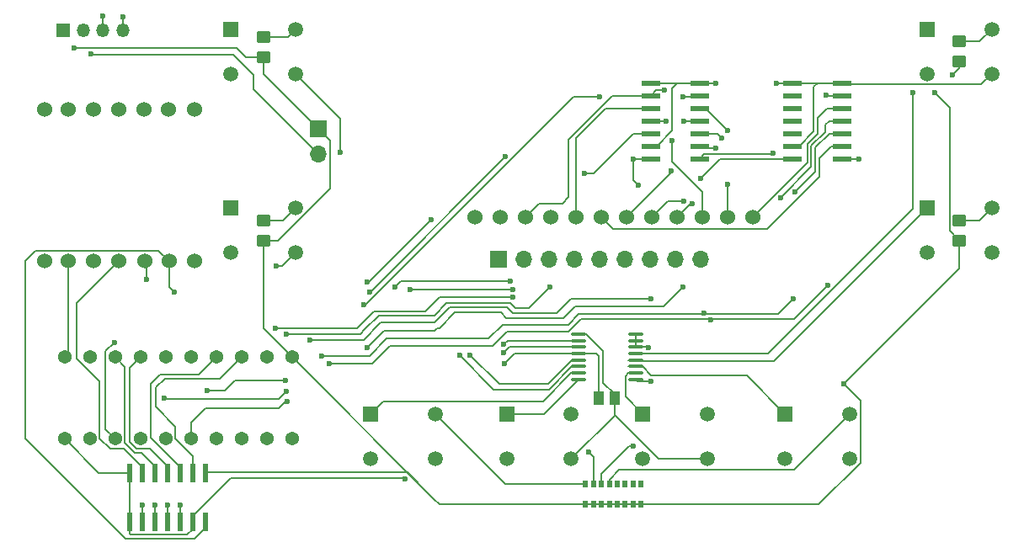
<source format=gbr>
%TF.GenerationSoftware,KiCad,Pcbnew,8.0.4*%
%TF.CreationDate,2024-11-14T23:53:25+02:00*%
%TF.ProjectId,sienikontrolleri,7369656e-696b-46f6-9e74-726f6c6c6572,rev?*%
%TF.SameCoordinates,Original*%
%TF.FileFunction,Copper,L2,Bot*%
%TF.FilePolarity,Positive*%
%FSLAX46Y46*%
G04 Gerber Fmt 4.6, Leading zero omitted, Abs format (unit mm)*
G04 Created by KiCad (PCBNEW 8.0.4) date 2024-11-14 23:53:25*
%MOMM*%
%LPD*%
G01*
G04 APERTURE LIST*
G04 Aperture macros list*
%AMRoundRect*
0 Rectangle with rounded corners*
0 $1 Rounding radius*
0 $2 $3 $4 $5 $6 $7 $8 $9 X,Y pos of 4 corners*
0 Add a 4 corners polygon primitive as box body*
4,1,4,$2,$3,$4,$5,$6,$7,$8,$9,$2,$3,0*
0 Add four circle primitives for the rounded corners*
1,1,$1+$1,$2,$3*
1,1,$1+$1,$4,$5*
1,1,$1+$1,$6,$7*
1,1,$1+$1,$8,$9*
0 Add four rect primitives between the rounded corners*
20,1,$1+$1,$2,$3,$4,$5,0*
20,1,$1+$1,$4,$5,$6,$7,0*
20,1,$1+$1,$6,$7,$8,$9,0*
20,1,$1+$1,$8,$9,$2,$3,0*%
G04 Aperture macros list end*
%TA.AperFunction,ComponentPad*%
%ADD10R,1.700000X1.700000*%
%TD*%
%TA.AperFunction,ComponentPad*%
%ADD11O,1.700000X1.700000*%
%TD*%
%TA.AperFunction,ComponentPad*%
%ADD12R,1.508000X1.508000*%
%TD*%
%TA.AperFunction,ComponentPad*%
%ADD13C,1.508000*%
%TD*%
%TA.AperFunction,ComponentPad*%
%ADD14C,1.524000*%
%TD*%
%TA.AperFunction,SMDPad,CuDef*%
%ADD15R,0.558800X1.981200*%
%TD*%
%TA.AperFunction,SMDPad,CuDef*%
%ADD16RoundRect,0.250000X-0.450000X0.350000X-0.450000X-0.350000X0.450000X-0.350000X0.450000X0.350000X0*%
%TD*%
%TA.AperFunction,SMDPad,CuDef*%
%ADD17R,1.981200X0.558800*%
%TD*%
%TA.AperFunction,ComponentPad*%
%ADD18R,1.350000X1.350000*%
%TD*%
%TA.AperFunction,ComponentPad*%
%ADD19O,1.350000X1.350000*%
%TD*%
%TA.AperFunction,ComponentPad*%
%ADD20C,1.371600*%
%TD*%
%TA.AperFunction,SMDPad,CuDef*%
%ADD21R,1.016000X1.397000*%
%TD*%
%TA.AperFunction,SMDPad,CuDef*%
%ADD22RoundRect,0.100000X0.637500X0.100000X-0.637500X0.100000X-0.637500X-0.100000X0.637500X-0.100000X0*%
%TD*%
%TA.AperFunction,SMDPad,CuDef*%
%ADD23R,0.558800X0.635000*%
%TD*%
%TA.AperFunction,ViaPad*%
%ADD24C,0.600000*%
%TD*%
%TA.AperFunction,Conductor*%
%ADD25C,0.200000*%
%TD*%
G04 APERTURE END LIST*
D10*
%TO.P,J1,1,Pin_1*%
%TO.N,GND*%
X92659200Y-51155600D03*
D11*
%TO.P,J1,2,Pin_2*%
%TO.N,LATCHED LED CO2 G*%
X95199200Y-51155600D03*
%TO.P,J1,3,Pin_3*%
%TO.N,LATCHED LED CO2 R*%
X97739200Y-51155600D03*
%TO.P,J1,4,Pin_4*%
%TO.N,LATCHED LED HUM G*%
X100279200Y-51155600D03*
%TO.P,J1,5,Pin_5*%
%TO.N,LATCHED LED HUM R*%
X102819200Y-51155600D03*
%TO.P,J1,6,Pin_6*%
%TO.N,LATCHED LED TEMP G*%
X105359200Y-51155600D03*
%TO.P,J1,7,Pin_7*%
%TO.N,LATCHED LED TEMP R*%
X107899200Y-51155600D03*
%TO.P,J1,8,Pin_8*%
%TO.N,LATCHED LED CTRL1*%
X110439200Y-51155600D03*
%TO.P,J1,9,Pin_9*%
%TO.N,LATCHED LED CTRL2*%
X112979200Y-51155600D03*
%TD*%
D12*
%TO.P,S6,1*%
%TO.N,Net-(EXP1-IO6)*%
X65732500Y-46043100D03*
D13*
%TO.P,S6,2*%
%TO.N,Net-(R8-Pad1)*%
X72232500Y-46043100D03*
%TO.P,S6,3*%
%TO.N,unconnected-(S6-Pad3)*%
X65732500Y-50543100D03*
%TO.P,S6,4*%
%TO.N,+5V*%
X72232500Y-50543100D03*
%TD*%
D12*
%TO.P,S3,1*%
%TO.N,Net-(EXP1-IO3)*%
X107150000Y-66750000D03*
D13*
%TO.P,S3,2*%
%TO.N,Net-(R3-Pad3)*%
X113650000Y-66750000D03*
%TO.P,S3,3*%
%TO.N,unconnected-(S3-Pad3)*%
X107150000Y-71250000D03*
%TO.P,S3,4*%
%TO.N,+5V*%
X113650000Y-71250000D03*
%TD*%
D12*
%TO.P,S4,1*%
%TO.N,Net-(EXP1-IO2)*%
X121450000Y-66750000D03*
D13*
%TO.P,S4,2*%
%TO.N,Net-(R3-Pad4)*%
X127950000Y-66750000D03*
%TO.P,S4,3*%
%TO.N,unconnected-(S4-Pad3)*%
X121450000Y-71250000D03*
%TO.P,S4,4*%
%TO.N,+5V*%
X127950000Y-71250000D03*
%TD*%
D14*
%TO.P,DISP1,1,E*%
%TO.N,SEG_E*%
X90242500Y-46964100D03*
%TO.P,DISP1,2,D*%
%TO.N,SEG_D*%
X92782500Y-46964100D03*
%TO.P,DISP1,3,DP*%
%TO.N,SEG_DP*%
X95322500Y-46964100D03*
%TO.P,DISP1,4,C*%
%TO.N,SEG_C*%
X97862500Y-46964100D03*
%TO.P,DISP1,5,G*%
%TO.N,SEG_G*%
X100402500Y-46964100D03*
%TO.P,DISP1,6,COM*%
%TO.N,DIG4*%
X102942500Y-46964100D03*
%TO.P,DISP1,7,B*%
%TO.N,SEG_B*%
X105482500Y-46964100D03*
%TO.P,DISP1,8,COM*%
%TO.N,DIG3*%
X108022500Y-46964100D03*
%TO.P,DISP1,9,COM*%
%TO.N,DIG2*%
X110562500Y-46964100D03*
%TO.P,DISP1,10,F*%
%TO.N,SEG_F*%
X113102500Y-46964100D03*
%TO.P,DISP1,11,A*%
%TO.N,SEG_A*%
X115642500Y-46964100D03*
%TO.P,DISP1,12,COM*%
%TO.N,DIG1*%
X118182500Y-46964100D03*
%TD*%
D12*
%TO.P,S1,1*%
%TO.N,Net-(EXP1-IO5)*%
X79750000Y-66750000D03*
D13*
%TO.P,S1,2*%
%TO.N,Net-(R3-Pad1)*%
X86250000Y-66750000D03*
%TO.P,S1,3*%
%TO.N,unconnected-(S1-Pad3)*%
X79750000Y-71250000D03*
%TO.P,S1,4*%
%TO.N,+5V*%
X86250000Y-71250000D03*
%TD*%
D12*
%TO.P,S7,1*%
%TO.N,Net-(EXP1-IO0)*%
X135732500Y-28043100D03*
D13*
%TO.P,S7,2*%
%TO.N,Net-(R7-Pad1)*%
X142232500Y-28043100D03*
%TO.P,S7,3*%
%TO.N,unconnected-(S7-Pad3)*%
X135732500Y-32543100D03*
%TO.P,S7,4*%
%TO.N,+5V*%
X142232500Y-32543100D03*
%TD*%
D12*
%TO.P,S5,1*%
%TO.N,Net-(EXP1-IO7)*%
X65732500Y-28043100D03*
D13*
%TO.P,S5,2*%
%TO.N,Net-(R9-Pad1)*%
X72232500Y-28043100D03*
%TO.P,S5,3*%
%TO.N,unconnected-(S5-Pad3)*%
X65732500Y-32543100D03*
%TO.P,S5,4*%
%TO.N,+5V*%
X72232500Y-32543100D03*
%TD*%
D10*
%TO.P,J2,1,Pin_1*%
%TO.N,GND*%
X74531500Y-38092100D03*
D11*
%TO.P,J2,2,Pin_2*%
%TO.N,+5V*%
X74531500Y-40632100D03*
%TD*%
D12*
%TO.P,S8,1*%
%TO.N,Net-(EXP1-IO1)*%
X135732500Y-46043100D03*
D13*
%TO.P,S8,2*%
%TO.N,Net-(R6-Pad1)*%
X142232500Y-46043100D03*
%TO.P,S8,3*%
%TO.N,unconnected-(S8-Pad3)*%
X135732500Y-50543100D03*
%TO.P,S8,4*%
%TO.N,+5V*%
X142232500Y-50543100D03*
%TD*%
D12*
%TO.P,S2,1*%
%TO.N,Net-(EXP1-IO4)*%
X93450000Y-66750000D03*
D13*
%TO.P,S2,2*%
%TO.N,Net-(R3-Pad2)*%
X99950000Y-66750000D03*
%TO.P,S2,3*%
%TO.N,unconnected-(S2-Pad3)*%
X93450000Y-71250000D03*
%TO.P,S2,4*%
%TO.N,+5V*%
X99950000Y-71250000D03*
%TD*%
D15*
%TO.P,SREG1,1,A*%
%TO.N,+5V*%
X55549800Y-72694800D03*
%TO.P,SREG1,2,B*%
%TO.N,MCU SREG DAT*%
X56819800Y-72694800D03*
%TO.P,SREG1,3,QA*%
%TO.N,LED CO2 G*%
X58089800Y-72694800D03*
%TO.P,SREG1,4,QB*%
%TO.N,LED CO2 R*%
X59359800Y-72694800D03*
%TO.P,SREG1,5,QC*%
%TO.N,LED HUM G*%
X60629800Y-72694800D03*
%TO.P,SREG1,6,QD*%
%TO.N,LED HUM R*%
X61899800Y-72694800D03*
%TO.P,SREG1,7,GND*%
%TO.N,GND*%
X63169800Y-72694800D03*
%TO.P,SREG1,8,CLK*%
%TO.N,MCU SREG CLK*%
X63169800Y-77622400D03*
%TO.P,SREG1,9,\u002ACLR*%
%TO.N,+5V*%
X61899800Y-77622400D03*
%TO.P,SREG1,10,QE*%
%TO.N,LED TEMP G*%
X60629800Y-77622400D03*
%TO.P,SREG1,11,QF*%
%TO.N,LED TEMP R*%
X59359800Y-77622400D03*
%TO.P,SREG1,12,QG*%
%TO.N,LED CTRL1*%
X58089800Y-77622400D03*
%TO.P,SREG1,13,QH*%
%TO.N,LED CTRL2*%
X56819800Y-77622400D03*
%TO.P,SREG1,14,VCC*%
%TO.N,+5V*%
X55549800Y-77622400D03*
%TD*%
D16*
%TO.P,R6,1*%
%TO.N,Net-(R6-Pad1)*%
X138982500Y-47293100D03*
%TO.P,R6,2*%
%TO.N,GND*%
X138982500Y-49293100D03*
%TD*%
D17*
%TO.P,SREG3,1,A*%
%TO.N,+5V*%
X127146300Y-33483100D03*
%TO.P,SREG3,2,B*%
%TO.N,SEG_DP*%
X127146300Y-34753100D03*
%TO.P,SREG3,3,QA*%
%TO.N,DIG1*%
X127146300Y-36023100D03*
%TO.P,SREG3,4,QB*%
%TO.N,DIG2*%
X127146300Y-37293100D03*
%TO.P,SREG3,5,QC*%
%TO.N,DIG3*%
X127146300Y-38563100D03*
%TO.P,SREG3,6,QD*%
%TO.N,DIG4*%
X127146300Y-39833100D03*
%TO.P,SREG3,7,GND*%
%TO.N,GND*%
X127146300Y-41103100D03*
%TO.P,SREG3,8,CLK*%
%TO.N,MCU SREG CLK*%
X122218700Y-41103100D03*
%TO.P,SREG3,9,\u002ACLR*%
%TO.N,+5V*%
X122218700Y-39833100D03*
%TO.P,SREG3,10,QE*%
%TO.N,SREG21*%
X122218700Y-38563100D03*
%TO.P,SREG3,11,QF*%
%TO.N,SREG22*%
X122218700Y-37293100D03*
%TO.P,SREG3,12,QG*%
%TO.N,SREG23*%
X122218700Y-36023100D03*
%TO.P,SREG3,13,QH*%
%TO.N,SREG24*%
X122218700Y-34753100D03*
%TO.P,SREG3,14,VCC*%
%TO.N,+5V*%
X122218700Y-33483100D03*
%TD*%
D18*
%TO.P,GROOVE1,1,Pin_1*%
%TO.N,GND*%
X48864000Y-28194000D03*
D19*
%TO.P,GROOVE1,2,Pin_2*%
%TO.N,+5V*%
X50864000Y-28194000D03*
%TO.P,GROOVE1,3,Pin_3*%
%TO.N,MCU SDA*%
X52864000Y-28194000D03*
%TO.P,GROOVE1,4,Pin_4*%
%TO.N,MCU SCL*%
X54864000Y-28194000D03*
%TD*%
D14*
%TO.P,MCU1,1,NC*%
%TO.N,unconnected-(MCU1-NC-Pad1)*%
X47013600Y-36156000D03*
%TO.P,MCU1,2,NC*%
%TO.N,unconnected-(MCU1-NC-Pad2)*%
X49340000Y-36156000D03*
%TO.P,MCU1,3,NC*%
%TO.N,unconnected-(MCU1-NC-Pad3)*%
X51880000Y-36156000D03*
%TO.P,MCU1,4,NC*%
%TO.N,unconnected-(MCU1-NC-Pad4)*%
X54420000Y-36156000D03*
%TO.P,MCU1,5,SDA*%
%TO.N,MCU SDA*%
X57013600Y-36156000D03*
%TO.P,MCU1,6,SCL*%
%TO.N,MCU SCL*%
X59434538Y-36156000D03*
%TO.P,MCU1,7,LATCH*%
%TO.N,MCU LATCH*%
X62053600Y-36156000D03*
%TO.P,MCU1,8,NC*%
%TO.N,unconnected-(MCU1-NC-Pad8)*%
X62053600Y-51396000D03*
%TO.P,MCU1,9,SCLK*%
%TO.N,MCU SREG CLK*%
X59513600Y-51396000D03*
%TO.P,MCU1,10,NINT*%
%TO.N,EXP NINT*%
X57092662Y-51396000D03*
%TO.P,MCU1,11,SDAT*%
%TO.N,MCU SREG DAT*%
X54420000Y-51396000D03*
%TO.P,MCU1,12,VCC*%
%TO.N,+3V3*%
X51880000Y-51396000D03*
%TO.P,MCU1,13,GND*%
%TO.N,GND*%
X49340000Y-51396000D03*
%TO.P,MCU1,14,+5V*%
%TO.N,Net-(MCU1-+5V)*%
X47013600Y-51396000D03*
%TD*%
D20*
%TO.P,LATCH1,1,\u002AOE*%
%TO.N,GND*%
X49000000Y-61000000D03*
%TO.P,LATCH1,2,O0*%
%TO.N,LATCHED LED CO2 G*%
X51540000Y-61000000D03*
%TO.P,LATCH1,3,D0*%
%TO.N,LED CO2 G*%
X54080000Y-61000000D03*
%TO.P,LATCH1,4,D1*%
%TO.N,LED CO2 R*%
X56620000Y-61000000D03*
%TO.P,LATCH1,5,O1*%
%TO.N,LATCHED LED CO2 R*%
X59160000Y-61000000D03*
%TO.P,LATCH1,6,O2*%
%TO.N,LATCHED LED HUM G*%
X61700000Y-61000000D03*
%TO.P,LATCH1,7,D2*%
%TO.N,LED HUM G*%
X64240000Y-61000000D03*
%TO.P,LATCH1,8,D3*%
%TO.N,LED HUM R*%
X66780000Y-61000000D03*
%TO.P,LATCH1,9,O3*%
%TO.N,LATCHED LED HUM R*%
X69320000Y-61000000D03*
%TO.P,LATCH1,10,GND*%
%TO.N,GND*%
X71860000Y-61000000D03*
%TO.P,LATCH1,11,LE*%
%TO.N,MCU LATCH*%
X71860000Y-69255000D03*
%TO.P,LATCH1,12,O4*%
%TO.N,LATCHED LED TEMP G*%
X69320000Y-69255000D03*
%TO.P,LATCH1,13,D4*%
%TO.N,LED TEMP G*%
X66780000Y-69255000D03*
%TO.P,LATCH1,14,D5*%
%TO.N,LED TEMP R*%
X64240000Y-69255000D03*
%TO.P,LATCH1,15,O5*%
%TO.N,LATCHED LED TEMP R*%
X61700000Y-69255000D03*
%TO.P,LATCH1,16,O6*%
%TO.N,LATCHED LED CTRL1*%
X59160000Y-69255000D03*
%TO.P,LATCH1,17,D6*%
%TO.N,LED CTRL1*%
X56620000Y-69255000D03*
%TO.P,LATCH1,18,D7*%
%TO.N,LED CTRL2*%
X54080000Y-69255000D03*
%TO.P,LATCH1,19,O7*%
%TO.N,LATCHED LED CTRL2*%
X51540000Y-69255000D03*
%TO.P,LATCH1,20,VCC*%
%TO.N,+5V*%
X49000000Y-69255000D03*
%TD*%
D21*
%TO.P,R4,1*%
%TO.N,+5V*%
X104292400Y-65176400D03*
%TO.P,R4,2*%
%TO.N,EXP NINT*%
X102743000Y-65176400D03*
%TD*%
D16*
%TO.P,R9,1*%
%TO.N,Net-(R9-Pad1)*%
X68982500Y-28830600D03*
%TO.P,R9,2*%
%TO.N,GND*%
X68982500Y-30830600D03*
%TD*%
D22*
%TO.P,EXP1,1,A0*%
%TO.N,GND*%
X106412500Y-58725000D03*
%TO.P,EXP1,2,A1*%
X106412500Y-59375000D03*
%TO.P,EXP1,3,A2*%
X106412500Y-60025000D03*
%TO.P,EXP1,4,IO0*%
%TO.N,Net-(EXP1-IO0)*%
X106412500Y-60675000D03*
%TO.P,EXP1,5,IO1*%
%TO.N,Net-(EXP1-IO1)*%
X106412500Y-61325000D03*
%TO.P,EXP1,6,IO2*%
%TO.N,Net-(EXP1-IO2)*%
X106412500Y-61975000D03*
%TO.P,EXP1,7,IO3*%
%TO.N,Net-(EXP1-IO3)*%
X106412500Y-62625000D03*
%TO.P,EXP1,8,GND*%
%TO.N,GND*%
X106412500Y-63275000D03*
%TO.P,EXP1,9,IO4*%
%TO.N,Net-(EXP1-IO4)*%
X100687500Y-63275000D03*
%TO.P,EXP1,10,IO5*%
%TO.N,Net-(EXP1-IO5)*%
X100687500Y-62625000D03*
%TO.P,EXP1,11,IO6*%
%TO.N,Net-(EXP1-IO6)*%
X100687500Y-61975000D03*
%TO.P,EXP1,12,IO7*%
%TO.N,Net-(EXP1-IO7)*%
X100687500Y-61325000D03*
%TO.P,EXP1,13,NINT*%
%TO.N,EXP NINT*%
X100687500Y-60675000D03*
%TO.P,EXP1,14,SCL*%
%TO.N,MCU SCL*%
X100687500Y-60025000D03*
%TO.P,EXP1,15,SDA*%
%TO.N,MCU SDA*%
X100687500Y-59375000D03*
%TO.P,EXP1,16,VCC*%
%TO.N,+5V*%
X100687500Y-58725000D03*
%TD*%
D23*
%TO.P,R3,1,1*%
%TO.N,Net-(R3-Pad1)*%
X101372000Y-73787000D03*
%TO.P,R3,2,2*%
%TO.N,Net-(R3-Pad2)*%
X102172000Y-73787000D03*
%TO.P,R3,3,3*%
%TO.N,Net-(R3-Pad3)*%
X102971999Y-73787000D03*
%TO.P,R3,4,4*%
%TO.N,Net-(R3-Pad4)*%
X103772000Y-73787000D03*
%TO.P,R3,5,5*%
%TO.N,unconnected-(R3-Pad5)*%
X104571998Y-73787000D03*
%TO.P,R3,6,6*%
%TO.N,unconnected-(R3-Pad6)*%
X105371999Y-73787000D03*
%TO.P,R3,7,7*%
%TO.N,unconnected-(R3-Pad7)*%
X106172000Y-73787000D03*
%TO.P,R3,8,8*%
%TO.N,unconnected-(R3-Pad8)*%
X106971998Y-73787000D03*
%TO.P,R3,9,9*%
%TO.N,GND*%
X106971998Y-75869800D03*
%TO.P,R3,10,10*%
X106171998Y-75869800D03*
%TO.P,R3,11,11*%
X105371999Y-75869800D03*
%TO.P,R3,12,12*%
X104571998Y-75869800D03*
%TO.P,R3,13,13*%
X103772000Y-75869800D03*
%TO.P,R3,14,14*%
X102971999Y-75869800D03*
%TO.P,R3,15,15*%
X102171998Y-75869800D03*
%TO.P,R3,16,16*%
X101372000Y-75869800D03*
%TD*%
D16*
%TO.P,R7,1*%
%TO.N,Net-(R7-Pad1)*%
X138982500Y-29293100D03*
%TO.P,R7,2*%
%TO.N,GND*%
X138982500Y-31293100D03*
%TD*%
%TO.P,R8,1*%
%TO.N,Net-(R8-Pad1)*%
X68982500Y-47293100D03*
%TO.P,R8,2*%
%TO.N,GND*%
X68982500Y-49293100D03*
%TD*%
D17*
%TO.P,SREG2,1,A*%
%TO.N,+5V*%
X112846300Y-33483100D03*
%TO.P,SREG2,2,B*%
%TO.N,LED CTRL2*%
X112846300Y-34753100D03*
%TO.P,SREG2,3,QA*%
%TO.N,SEG_A*%
X112846300Y-36023100D03*
%TO.P,SREG2,4,QB*%
%TO.N,SEG_B*%
X112846300Y-37293100D03*
%TO.P,SREG2,5,QC*%
%TO.N,SEG_C*%
X112846300Y-38563100D03*
%TO.P,SREG2,6,QD*%
%TO.N,SEG_D*%
X112846300Y-39833100D03*
%TO.P,SREG2,7,GND*%
%TO.N,GND*%
X112846300Y-41103100D03*
%TO.P,SREG2,8,CLK*%
%TO.N,MCU SREG CLK*%
X107918700Y-41103100D03*
%TO.P,SREG2,9,\u002ACLR*%
%TO.N,+5V*%
X107918700Y-39833100D03*
%TO.P,SREG2,10,QE*%
%TO.N,SEG_E*%
X107918700Y-38563100D03*
%TO.P,SREG2,11,QF*%
%TO.N,SEG_F*%
X107918700Y-37293100D03*
%TO.P,SREG2,12,QG*%
%TO.N,SEG_G*%
X107918700Y-36023100D03*
%TO.P,SREG2,13,QH*%
%TO.N,SEG_DP*%
X107918700Y-34753100D03*
%TO.P,SREG2,14,VCC*%
%TO.N,+5V*%
X107918700Y-33483100D03*
%TD*%
D24*
%TO.N,SEG_E*%
X101244400Y-42572100D03*
%TO.N,SEG_D*%
X114444500Y-39997100D03*
%TO.N,SEG_F*%
X110091500Y-39235100D03*
X109456500Y-37330100D03*
%TO.N,SEG_C*%
X115042500Y-38981100D03*
%TO.N,DIG2*%
X120965765Y-45029365D03*
X112123500Y-45585100D03*
%TO.N,SEG_A*%
X115642500Y-38219300D03*
X115671600Y-43688000D03*
%TO.N,DIG3*%
X122406030Y-44437630D03*
X111234500Y-45331100D03*
%TO.N,SEG_B*%
X111234500Y-37330100D03*
X109964500Y-42283100D03*
%TO.N,SEG_DP*%
X125585500Y-34663100D03*
X109329500Y-34190100D03*
%TO.N,MCU SDA*%
X52864000Y-26720800D03*
X93167200Y-59740800D03*
%TO.N,Net-(EXP1-IO0)*%
X134264400Y-34442400D03*
%TO.N,GND*%
X136486900Y-34429700D03*
X128887500Y-41140100D03*
X120192800Y-40503100D03*
X127381000Y-63754000D03*
X49936400Y-29921200D03*
X107696000Y-60045600D03*
X107950000Y-63500000D03*
X138285500Y-32631100D03*
%TO.N,+5V*%
X120599200Y-33528000D03*
X70256400Y-51866800D03*
X76708000Y-40436800D03*
X114452400Y-33528000D03*
X51663600Y-30530800D03*
X83261200Y-73253600D03*
%TO.N,Net-(EXP1-IO6)*%
X88696800Y-60858400D03*
%TO.N,EXP NINT*%
X85861600Y-47193200D03*
X93218000Y-61671200D03*
X57200800Y-53187600D03*
X79400400Y-53492400D03*
%TO.N,Net-(EXP1-IO7)*%
X89763600Y-60807600D03*
%TO.N,MCU SCL*%
X54864000Y-26771600D03*
X93116400Y-60604400D03*
%TO.N,MCU SREG CLK*%
X106172000Y-41148000D03*
X93301735Y-40876135D03*
X112979200Y-43027600D03*
X79654400Y-54518000D03*
X106680000Y-43772100D03*
X60045600Y-54508400D03*
%TO.N,LED TEMP R*%
X59385200Y-75946000D03*
%TO.N,LED TEMP G*%
X60655200Y-75946000D03*
%TO.N,LED CTRL2*%
X111201200Y-34848800D03*
X102768400Y-34848800D03*
X56845200Y-75946000D03*
X54000400Y-59537600D03*
X79103135Y-55785935D03*
%TO.N,LED CTRL1*%
X58064400Y-75946000D03*
%TO.N,Net-(R3-Pad3)*%
X106172000Y-69977000D03*
%TO.N,Net-(R3-Pad2)*%
X101727000Y-70612000D03*
%TO.N,LATCHED LED CO2 G*%
X82194400Y-54000400D03*
X93776800Y-53390800D03*
%TO.N,LATCHED LED HUM R*%
X97790000Y-53949600D03*
X71323200Y-58705600D03*
%TO.N,LATCHED LED CO2 R*%
X94030800Y-54203600D03*
X83718400Y-54203600D03*
%TO.N,LATCHED LED HUM G*%
X94081600Y-55016400D03*
X70154800Y-58105600D03*
%TO.N,LATCHED LED TEMP R*%
X71374000Y-65532000D03*
X79400400Y-60045600D03*
X111150400Y-54000400D03*
%TO.N,LATCHED LED TEMP G*%
X73660000Y-59305600D03*
X107950000Y-55168800D03*
%TO.N,LATCHED LED CTRL2*%
X71323200Y-64465200D03*
X58978800Y-65176400D03*
X125730000Y-53797200D03*
X75641200Y-61722000D03*
X113995200Y-57292800D03*
%TO.N,LATCHED LED CTRL1*%
X113269672Y-56600800D03*
X71170800Y-63347600D03*
X74879200Y-60909200D03*
X63347600Y-64363600D03*
X122275600Y-55168800D03*
%TD*%
D25*
%TO.N,SEG_E*%
X106191500Y-38563100D02*
X107918700Y-38563100D01*
X102182500Y-42572100D02*
X106191500Y-38563100D01*
X101244400Y-42572100D02*
X102182500Y-42572100D01*
%TO.N,SEG_D*%
X113010300Y-39997100D02*
X112846300Y-39833100D01*
X114444500Y-39997100D02*
X113010300Y-39997100D01*
%TO.N,SEG_F*%
X110091500Y-41394100D02*
X110091500Y-39235100D01*
X107955700Y-37330100D02*
X107918700Y-37293100D01*
X109456500Y-37330100D02*
X107955700Y-37330100D01*
X113102500Y-46964100D02*
X113102500Y-44405100D01*
X113102500Y-44405100D02*
X110091500Y-41394100D01*
%TO.N,SEG_C*%
X114624500Y-38563100D02*
X112846300Y-38563100D01*
X115042500Y-38981100D02*
X114624500Y-38563100D01*
%TO.N,DIG2*%
X124080500Y-39781786D02*
X124080500Y-41914630D01*
X111941500Y-45585100D02*
X112123500Y-45585100D01*
X127146300Y-37293100D02*
X125876500Y-37293100D01*
X125496500Y-37673100D02*
X125496500Y-38365786D01*
X125876500Y-37293100D02*
X125496500Y-37673100D01*
X124080500Y-41914630D02*
X120965765Y-45029365D01*
X110562500Y-46964100D02*
X111941500Y-45585100D01*
X125496500Y-38365786D02*
X124080500Y-39781786D01*
%TO.N,SEG_A*%
X115671600Y-43688000D02*
X115642500Y-43717100D01*
X113446300Y-36023100D02*
X112846300Y-36023100D01*
X115597400Y-38174200D02*
X113446300Y-36023100D01*
X115642500Y-43717100D02*
X115642500Y-46964100D01*
X115642500Y-38219300D02*
X115597400Y-38174200D01*
%TO.N,DIG3*%
X111234500Y-45331100D02*
X109655500Y-45331100D01*
X124480500Y-42363160D02*
X122406030Y-44437630D01*
X109655500Y-45331100D02*
X108022500Y-46964100D01*
X125876500Y-38563100D02*
X124480500Y-39959100D01*
X127146300Y-38563100D02*
X125876500Y-38563100D01*
X124480500Y-39959100D02*
X124480500Y-42363160D01*
%TO.N,DIG4*%
X126060500Y-39833100D02*
X124880500Y-41013100D01*
X124880500Y-42861100D02*
X119616500Y-48125100D01*
X124880500Y-41013100D02*
X124880500Y-42861100D01*
X119616500Y-48125100D02*
X104103500Y-48125100D01*
X127146300Y-39833100D02*
X126060500Y-39833100D01*
X104103500Y-48125100D02*
X102942500Y-46964100D01*
%TO.N,SEG_B*%
X111234500Y-37330100D02*
X112809300Y-37330100D01*
X109964500Y-42482100D02*
X109964500Y-42283100D01*
X105482500Y-46964100D02*
X109964500Y-42482100D01*
X112809300Y-37330100D02*
X112846300Y-37293100D01*
%TO.N,SEG_DP*%
X99677500Y-44950100D02*
X99042500Y-45585100D01*
X99677500Y-39177414D02*
X99677500Y-44950100D01*
X109329500Y-34190100D02*
X108481700Y-34190100D01*
X96701500Y-45585100D02*
X95322500Y-46964100D01*
X108481700Y-34190100D02*
X107918700Y-34753100D01*
X99042500Y-45585100D02*
X96701500Y-45585100D01*
X125675500Y-34753100D02*
X125585500Y-34663100D01*
X107918700Y-34753100D02*
X104101814Y-34753100D01*
X127146300Y-34753100D02*
X125675500Y-34753100D01*
X104101814Y-34753100D02*
X99677500Y-39177414D01*
%TO.N,SEG_G*%
X103397500Y-36023100D02*
X107918700Y-36023100D01*
X100402500Y-46964100D02*
X100402500Y-39018100D01*
X100402500Y-39018100D02*
X103397500Y-36023100D01*
%TO.N,DIG1*%
X123680500Y-41466100D02*
X123680500Y-39616100D01*
X118182500Y-46964100D02*
X123680500Y-41466100D01*
X124715500Y-36930100D02*
X125622500Y-36023100D01*
X124715500Y-38581100D02*
X124715500Y-36930100D01*
X125622500Y-36023100D02*
X127146300Y-36023100D01*
X123680500Y-39616100D02*
X124715500Y-38581100D01*
%TO.N,MCU SDA*%
X93533000Y-59375000D02*
X93167200Y-59740800D01*
X52864000Y-26720800D02*
X52864000Y-28194000D01*
X100687500Y-59375000D02*
X93533000Y-59375000D01*
%TO.N,Net-(EXP1-IO4)*%
X97212500Y-66750000D02*
X93450000Y-66750000D01*
X100687500Y-63275000D02*
X97212500Y-66750000D01*
%TO.N,Net-(EXP1-IO0)*%
X119700729Y-60675000D02*
X106412500Y-60675000D01*
X134264400Y-34442400D02*
X134264400Y-46111329D01*
X134264400Y-46111329D02*
X119700729Y-60675000D01*
%TO.N,GND*%
X137982500Y-35925300D02*
X136486900Y-34429700D01*
X107675400Y-60025000D02*
X106412500Y-60025000D01*
X124820782Y-75869800D02*
X129004000Y-71686582D01*
X138982500Y-31293100D02*
X138982500Y-31934100D01*
X68982500Y-30830600D02*
X67203400Y-30830600D01*
X75681500Y-44084682D02*
X75681500Y-39242100D01*
X66294000Y-29921200D02*
X49936400Y-29921200D01*
X128887500Y-41140100D02*
X127183300Y-41140100D01*
X101372000Y-75869800D02*
X91236800Y-75869800D01*
X86729800Y-75869800D02*
X86151200Y-75291200D01*
X129004000Y-71686582D02*
X129004000Y-65377000D01*
X86151200Y-75291200D02*
X71860000Y-61000000D01*
X68982500Y-49293100D02*
X70473082Y-49293100D01*
X107696000Y-60045600D02*
X107675400Y-60025000D01*
X127183300Y-41140100D02*
X127146300Y-41103100D01*
X106971998Y-75869800D02*
X124820782Y-75869800D01*
X75681500Y-39242100D02*
X74531500Y-38092100D01*
X106412500Y-60025000D02*
X106412500Y-58725000D01*
X68982500Y-30830600D02*
X68982500Y-32543100D01*
X138982500Y-49293100D02*
X137982500Y-48293100D01*
X138982500Y-31934100D02*
X138285500Y-32631100D01*
X106637500Y-63500000D02*
X106412500Y-63275000D01*
X138982500Y-52152500D02*
X127381000Y-63754000D01*
X107950000Y-63500000D02*
X106637500Y-63500000D01*
X49340000Y-60660000D02*
X49000000Y-61000000D01*
X83491300Y-72631300D02*
X86151200Y-75291200D01*
X128887500Y-41306100D02*
X128887500Y-41140100D01*
X67203400Y-30830600D02*
X66294000Y-29921200D01*
X63169800Y-72694800D02*
X63398400Y-72466200D01*
X68982500Y-58122500D02*
X68982500Y-49293100D01*
X91236800Y-75869800D02*
X86729800Y-75869800D01*
X63233300Y-72631300D02*
X83491300Y-72631300D01*
X68982500Y-32543100D02*
X74531500Y-38092100D01*
X137982500Y-48293100D02*
X137982500Y-35925300D01*
X113309400Y-40640000D02*
X120055900Y-40640000D01*
X70473082Y-49293100D02*
X75681500Y-44084682D01*
X49340000Y-51396000D02*
X49340000Y-60660000D01*
X129004000Y-65377000D02*
X127381000Y-63754000D01*
X63169800Y-72694800D02*
X63233300Y-72631300D01*
X120055900Y-40640000D02*
X120192800Y-40503100D01*
X71860000Y-61000000D02*
X68982500Y-58122500D01*
X106971998Y-75869800D02*
X101372000Y-75869800D01*
X138982500Y-49293100D02*
X138982500Y-52152500D01*
X112846300Y-41103100D02*
X113309400Y-40640000D01*
%TO.N,+5V*%
X61320400Y-78913000D02*
X55646600Y-78913000D01*
X83238900Y-73231300D02*
X65690900Y-73231300D01*
X108518700Y-39833100D02*
X107918700Y-39833100D01*
X65989200Y-30632400D02*
X68021200Y-32664400D01*
X68021200Y-34121800D02*
X74531500Y-40632100D01*
X51765200Y-30632400D02*
X51663600Y-30530800D01*
X108715000Y-71250000D02*
X113650000Y-71250000D01*
X76708000Y-37018600D02*
X76708000Y-40436800D01*
X55549800Y-78816200D02*
X55549800Y-77622400D01*
X104279700Y-64757300D02*
X103130300Y-63607900D01*
X107918700Y-33483100D02*
X110599500Y-33483100D01*
X110599500Y-33483100D02*
X110083600Y-33999000D01*
X61899800Y-77622400D02*
X61899800Y-78333600D01*
X72232500Y-50543100D02*
X70908800Y-51866800D01*
X55549800Y-72694800D02*
X55549800Y-72604400D01*
X114452400Y-33528000D02*
X112891200Y-33528000D01*
X124696500Y-33483100D02*
X124315500Y-33864100D01*
X120644100Y-33483100D02*
X120599200Y-33528000D01*
X104279700Y-65913000D02*
X104279700Y-66814700D01*
X52439800Y-72694800D02*
X49000000Y-69255000D01*
X68021200Y-32664400D02*
X68021200Y-34121800D01*
X124315500Y-38336300D02*
X122818700Y-39833100D01*
X55549800Y-72694800D02*
X52439800Y-72694800D01*
X61899800Y-77022400D02*
X61899800Y-77622400D01*
X55646600Y-78913000D02*
X55549800Y-78816200D01*
X72232500Y-32543100D02*
X76708000Y-37018600D01*
X65690900Y-73231300D02*
X61899800Y-77022400D01*
X122818700Y-39833100D02*
X122218700Y-39833100D01*
X122218700Y-33483100D02*
X124696500Y-33483100D01*
X110599500Y-33483100D02*
X112846300Y-33483100D01*
X101424999Y-58725000D02*
X100687500Y-58725000D01*
X55549800Y-77622400D02*
X55549800Y-72694800D01*
X124696500Y-33483100D02*
X127146300Y-33483100D01*
X61899800Y-78333600D02*
X61320400Y-78913000D01*
X141178500Y-33597100D02*
X142232500Y-32543100D01*
X83261200Y-73253600D02*
X83238900Y-73231300D01*
X127857500Y-33483100D02*
X127971500Y-33597100D01*
X110083600Y-33999000D02*
X110083600Y-38268200D01*
X112891200Y-33528000D02*
X112846300Y-33483100D01*
X127971500Y-33597100D02*
X141178500Y-33597100D01*
X122218700Y-33483100D02*
X120644100Y-33483100D01*
X110083600Y-38268200D02*
X108518700Y-39833100D01*
X103130300Y-60430301D02*
X101424999Y-58725000D01*
X104279700Y-65913000D02*
X104279700Y-66920300D01*
X124315500Y-33864100D02*
X124315500Y-38336300D01*
X104279700Y-66814700D02*
X108715000Y-71250000D01*
X61899800Y-76911200D02*
X61899800Y-77622400D01*
X104279700Y-65913000D02*
X104279700Y-64757300D01*
X103130300Y-63607900D02*
X103130300Y-60430301D01*
X104279700Y-66920300D02*
X99950000Y-71250000D01*
X127146300Y-33483100D02*
X127857500Y-33483100D01*
X70908800Y-51866800D02*
X70256400Y-51866800D01*
X65989200Y-30632400D02*
X51765200Y-30632400D01*
%TO.N,Net-(EXP1-IO6)*%
X100687500Y-61975000D02*
X100031544Y-61975000D01*
X97693744Y-64312800D02*
X92151200Y-64312800D01*
X100031544Y-61975000D02*
X97693744Y-64312800D01*
X92151200Y-64312800D02*
X88696800Y-60858400D01*
%TO.N,EXP NINT*%
X94214200Y-60675000D02*
X93218000Y-61671200D01*
X102730300Y-65163700D02*
X102743000Y-65176400D01*
X102483400Y-60675000D02*
X100687500Y-60675000D01*
X102730300Y-60921900D02*
X102730300Y-65163700D01*
X102730300Y-60921900D02*
X102483400Y-60675000D01*
X100687500Y-60675000D02*
X94214200Y-60675000D01*
X57200800Y-53187600D02*
X57200800Y-51504138D01*
X85861600Y-47193200D02*
X79562400Y-53492400D01*
X57200800Y-51504138D02*
X57092662Y-51396000D01*
X79562400Y-53492400D02*
X79400400Y-53492400D01*
%TO.N,Net-(EXP1-IO5)*%
X99950001Y-62625000D02*
X97093801Y-65481200D01*
X81018800Y-65481200D02*
X79750000Y-66750000D01*
X97093801Y-65481200D02*
X81018800Y-65481200D01*
X100687500Y-62625000D02*
X99950001Y-62625000D01*
%TO.N,Net-(EXP1-IO2)*%
X106412500Y-61975000D02*
X107068456Y-61975000D01*
X107993456Y-62900000D02*
X117600000Y-62900000D01*
X106412500Y-61975000D02*
X105675001Y-61975000D01*
X107068456Y-61975000D02*
X107993456Y-62900000D01*
X117600000Y-62900000D02*
X121450000Y-66750000D01*
%TO.N,Net-(EXP1-IO7)*%
X97602544Y-63754000D02*
X92710000Y-63754000D01*
X92710000Y-63754000D02*
X89763600Y-60807600D01*
X100031544Y-61325000D02*
X97602544Y-63754000D01*
X100687500Y-61325000D02*
X100031544Y-61325000D01*
%TO.N,Net-(EXP1-IO3)*%
X105375000Y-64975000D02*
X107150000Y-66750000D01*
X105675001Y-62625000D02*
X105375000Y-62925001D01*
X105375000Y-62925001D02*
X105375000Y-64975000D01*
X106412500Y-62625000D02*
X105675001Y-62625000D01*
%TO.N,MCU SCL*%
X54864000Y-26771600D02*
X54864000Y-28194000D01*
X93731529Y-60025000D02*
X93152129Y-60604400D01*
X100687500Y-60025000D02*
X93731529Y-60025000D01*
X93152129Y-60604400D02*
X93116400Y-60604400D01*
%TO.N,MCU SREG CLK*%
X62079200Y-79313000D02*
X55132200Y-79313000D01*
X63169800Y-77622400D02*
X63169800Y-78333600D01*
X79654400Y-54559200D02*
X93319600Y-40894000D01*
X63169800Y-78222400D02*
X62079200Y-79313000D01*
X106172000Y-41148000D02*
X107873800Y-41148000D01*
X55132200Y-79313000D02*
X45059600Y-69240400D01*
X106680000Y-43772100D02*
X106172000Y-43264100D01*
X106172000Y-43264100D02*
X106172000Y-41148000D01*
X46084400Y-50334000D02*
X58451600Y-50334000D01*
X59513600Y-53976400D02*
X59513600Y-51396000D01*
X45059600Y-51358800D02*
X46084400Y-50334000D01*
X79654400Y-54559200D02*
X79654400Y-54518000D01*
X93319600Y-40894000D02*
X93301735Y-40876135D01*
X60045600Y-54508400D02*
X59513600Y-53976400D01*
X58451600Y-50334000D02*
X59513600Y-51396000D01*
X45059600Y-69240400D02*
X45059600Y-51358800D01*
X114903700Y-41103100D02*
X112979200Y-43027600D01*
X122218700Y-41103100D02*
X114903700Y-41103100D01*
X63169800Y-77622400D02*
X63169800Y-78222400D01*
X107873800Y-41148000D02*
X107918700Y-41103100D01*
%TO.N,MCU SREG DAT*%
X56819800Y-72694800D02*
X56819800Y-72094800D01*
X50241200Y-61214000D02*
X50241200Y-59944000D01*
X50241200Y-55574800D02*
X50241200Y-59944000D01*
X52525800Y-69189600D02*
X52525800Y-63498600D01*
X54965800Y-70240800D02*
X53577000Y-70240800D01*
X54420000Y-51396000D02*
X50241200Y-55574800D01*
X52525800Y-63498600D02*
X50241200Y-61214000D01*
X56819800Y-72094800D02*
X54965800Y-70240800D01*
X53577000Y-70240800D02*
X52525800Y-69189600D01*
%TO.N,LED CO2 G*%
X55065800Y-61985800D02*
X54080000Y-61000000D01*
X58089800Y-72694800D02*
X58089800Y-71983600D01*
X58089800Y-71983600D02*
X56769000Y-70662800D01*
X56769000Y-70662800D02*
X56065268Y-70662800D01*
X56065268Y-70662800D02*
X55065800Y-69663332D01*
X55065800Y-69663332D02*
X55065800Y-61985800D01*
%TO.N,LED HUM R*%
X61899800Y-72694800D02*
X61899800Y-70994400D01*
X59086800Y-63188800D02*
X64591200Y-63188800D01*
X60145800Y-68011600D02*
X58174200Y-66040000D01*
X60145800Y-69240400D02*
X60145800Y-68011600D01*
X58174200Y-64101400D02*
X59086800Y-63188800D01*
X64591200Y-63188800D02*
X66780000Y-61000000D01*
X61899800Y-70994400D02*
X60145800Y-69240400D01*
X58174200Y-66040000D02*
X58174200Y-64101400D01*
%TO.N,LED CO2 R*%
X57617000Y-70240800D02*
X56211668Y-70240800D01*
X55524400Y-69553532D02*
X55524400Y-68884800D01*
X56211668Y-70240800D02*
X55524400Y-69553532D01*
X59359800Y-72694800D02*
X59359800Y-71983600D01*
X59359800Y-71983600D02*
X57617000Y-70240800D01*
X55524400Y-62095600D02*
X56620000Y-61000000D01*
X55524400Y-68884800D02*
X55524400Y-62095600D01*
%TO.N,LED HUM G*%
X57658000Y-66446400D02*
X57658000Y-63754000D01*
X60629800Y-72118932D02*
X57658000Y-69147132D01*
X60629800Y-72694800D02*
X60629800Y-71983600D01*
X57658000Y-63754000D02*
X58623200Y-62788800D01*
X60629800Y-72694800D02*
X60629800Y-72118932D01*
X57658000Y-69147132D02*
X57658000Y-66446400D01*
X62451200Y-62788800D02*
X64240000Y-61000000D01*
X58623200Y-62788800D02*
X62451200Y-62788800D01*
%TO.N,LED TEMP R*%
X59359800Y-77622400D02*
X59359800Y-75971400D01*
X59359800Y-75971400D02*
X59385200Y-75946000D01*
%TO.N,LED TEMP G*%
X60629800Y-77622400D02*
X60629800Y-75971400D01*
X60629800Y-75971400D02*
X60655200Y-75946000D01*
%TO.N,LED CTRL2*%
X100177600Y-34848800D02*
X102768400Y-34848800D01*
X79146400Y-55829200D02*
X79103135Y-55785935D01*
X56819800Y-75971400D02*
X56845200Y-75946000D01*
X79197200Y-55829200D02*
X100177600Y-34848800D01*
X112750600Y-34848800D02*
X112846300Y-34753100D01*
X53094200Y-60443800D02*
X53094200Y-68269200D01*
X56819800Y-77622400D02*
X56819800Y-75971400D01*
X54000400Y-59537600D02*
X53094200Y-60443800D01*
X53094200Y-68269200D02*
X54080000Y-69255000D01*
X111201200Y-34848800D02*
X112750600Y-34848800D01*
X79197200Y-55829200D02*
X79146400Y-55829200D01*
%TO.N,LED CTRL1*%
X58089800Y-77622400D02*
X58089800Y-75971400D01*
X58089800Y-75971400D02*
X58064400Y-75946000D01*
%TO.N,Net-(R3-Pad3)*%
X102971999Y-72796001D02*
X105791000Y-69977000D01*
X105791000Y-69977000D02*
X106172000Y-69977000D01*
X102971999Y-73787000D02*
X102971999Y-72796001D01*
%TO.N,Net-(R3-Pad2)*%
X102172000Y-71057000D02*
X101727000Y-70612000D01*
X102172000Y-73787000D02*
X102172000Y-71057000D01*
%TO.N,Net-(R3-Pad4)*%
X122310000Y-72390000D02*
X127950000Y-66750000D01*
X104772098Y-72390000D02*
X122310000Y-72390000D01*
X103772000Y-73787000D02*
X103772000Y-73390098D01*
X103772000Y-73390098D02*
X104772098Y-72390000D01*
%TO.N,Net-(R3-Pad1)*%
X93287000Y-73787000D02*
X86250000Y-66750000D01*
X101372000Y-73787000D02*
X93287000Y-73787000D01*
%TO.N,LATCHED LED CO2 G*%
X93776800Y-53390800D02*
X82804000Y-53390800D01*
X82804000Y-53390800D02*
X82194400Y-54000400D01*
%TO.N,LATCHED LED HUM R*%
X86156800Y-56845200D02*
X87376000Y-55626000D01*
X93834000Y-55581600D02*
X94335600Y-56083200D01*
X85852000Y-56845200D02*
X80568800Y-56845200D01*
X87376000Y-55626000D02*
X87420400Y-55581600D01*
X95656400Y-56083200D02*
X97790000Y-53949600D01*
X78708400Y-58705600D02*
X71323200Y-58705600D01*
X80568800Y-56845200D02*
X79197200Y-58216800D01*
X87420400Y-55581600D02*
X93834000Y-55581600D01*
X85852000Y-56845200D02*
X86156800Y-56845200D01*
X94335600Y-56083200D02*
X95656400Y-56083200D01*
X79197200Y-58216800D02*
X78708400Y-58705600D01*
%TO.N,LATCHED LED CO2 R*%
X94030800Y-54203600D02*
X83718400Y-54203600D01*
%TO.N,LATCHED LED HUM G*%
X86664800Y-55016400D02*
X94081600Y-55016400D01*
X78394000Y-58105600D02*
X70154800Y-58105600D01*
X85242400Y-56438800D02*
X80060800Y-56438800D01*
X85598000Y-56083200D02*
X86664800Y-55016400D01*
X80060800Y-56438800D02*
X78394000Y-58105600D01*
X85598000Y-56083200D02*
X85242400Y-56438800D01*
%TO.N,LATCHED LED TEMP R*%
X88239600Y-56540400D02*
X92862400Y-56540400D01*
X61700000Y-67636800D02*
X61700000Y-69255000D01*
X70561200Y-66141600D02*
X63195200Y-66141600D01*
X109220000Y-55930800D02*
X111150400Y-54000400D01*
X81076800Y-58369200D02*
X86207600Y-58369200D01*
X99161600Y-57099200D02*
X100330000Y-55930800D01*
X93421200Y-57099200D02*
X99161600Y-57099200D01*
X71170800Y-65532000D02*
X70561200Y-66141600D01*
X92862400Y-56540400D02*
X93421200Y-57099200D01*
X86461600Y-58115200D02*
X86664800Y-58115200D01*
X63195200Y-66141600D02*
X61700000Y-67636800D01*
X100330000Y-55930800D02*
X109220000Y-55930800D01*
X86207600Y-58369200D02*
X86461600Y-58115200D01*
X79400400Y-60045600D02*
X81076800Y-58369200D01*
X86664800Y-58115200D02*
X88239600Y-56540400D01*
X71374000Y-65532000D02*
X71170800Y-65532000D01*
%TO.N,LATCHED LED TEMP G*%
X80873600Y-57505600D02*
X80721200Y-57658000D01*
X87680800Y-55981600D02*
X87680800Y-56017329D01*
X99568000Y-55524400D02*
X99923600Y-55168800D01*
X99568000Y-55524400D02*
X98501200Y-56591200D01*
X98501200Y-56591200D02*
X94081600Y-56591200D01*
X93472000Y-55981600D02*
X87680800Y-55981600D01*
X87680800Y-56017329D02*
X86192529Y-57505600D01*
X86192529Y-57505600D02*
X86156800Y-57505600D01*
X80721200Y-57658000D02*
X79073600Y-59305600D01*
X99923600Y-55168800D02*
X107950000Y-55168800D01*
X79073600Y-59305600D02*
X73660000Y-59305600D01*
X94081600Y-56591200D02*
X93472000Y-55981600D01*
X86156800Y-57505600D02*
X80873600Y-57505600D01*
%TO.N,LATCHED LED CTRL2*%
X71323200Y-64465200D02*
X70510400Y-65278000D01*
X79959200Y-61722000D02*
X75641200Y-61722000D01*
X99635744Y-58470800D02*
X93472000Y-58470800D01*
X113538000Y-57200800D02*
X122326400Y-57200800D01*
X93472000Y-58470800D02*
X91998800Y-59944000D01*
X91998800Y-59944000D02*
X81737200Y-59944000D01*
X59080400Y-65278000D02*
X58978800Y-65176400D01*
X81737200Y-59944000D02*
X79959200Y-61722000D01*
X70510400Y-65278000D02*
X59080400Y-65278000D01*
X122326400Y-57200800D02*
X125730000Y-53797200D01*
X113538000Y-57200800D02*
X100905744Y-57200800D01*
X100905744Y-57200800D02*
X99635744Y-58470800D01*
%TO.N,LATCHED LED CTRL1*%
X81381600Y-59182000D02*
X79654400Y-60909200D01*
X100736400Y-56692800D02*
X100685600Y-56692800D01*
X120751600Y-56692800D02*
X122275600Y-55168800D01*
X65074800Y-64363600D02*
X63347600Y-64363600D01*
X65582800Y-63855600D02*
X65074800Y-64363600D01*
X71170800Y-63347600D02*
X66090800Y-63347600D01*
X100685600Y-56692800D02*
X99618800Y-57759600D01*
X112623600Y-56692800D02*
X100736400Y-56692800D01*
X93014800Y-57759600D02*
X91592400Y-59182000D01*
X112623600Y-56692800D02*
X120751600Y-56692800D01*
X66090800Y-63347600D02*
X65582800Y-63855600D01*
X99618800Y-57759600D02*
X93014800Y-57759600D01*
X91592400Y-59182000D02*
X81381600Y-59182000D01*
X79654400Y-60909200D02*
X74879200Y-60909200D01*
%TO.N,Net-(EXP1-IO1)*%
X106512501Y-61425001D02*
X120350599Y-61425001D01*
X120350599Y-61425001D02*
X135732500Y-46043100D01*
X105675001Y-61325000D02*
X106412500Y-61325000D01*
X106412500Y-61325000D02*
X106512501Y-61425001D01*
%TO.N,Net-(R6-Pad1)*%
X140982500Y-47293100D02*
X142232500Y-46043100D01*
X138982500Y-47293100D02*
X140982500Y-47293100D01*
%TO.N,Net-(R7-Pad1)*%
X140982500Y-29293100D02*
X142232500Y-28043100D01*
X138982500Y-29293100D02*
X140982500Y-29293100D01*
%TO.N,Net-(R8-Pad1)*%
X70982500Y-47293100D02*
X72232500Y-46043100D01*
X68982500Y-47293100D02*
X70982500Y-47293100D01*
%TO.N,Net-(R9-Pad1)*%
X71445000Y-28830600D02*
X72232500Y-28043100D01*
X68982500Y-28830600D02*
X71445000Y-28830600D01*
%TD*%
M02*

</source>
